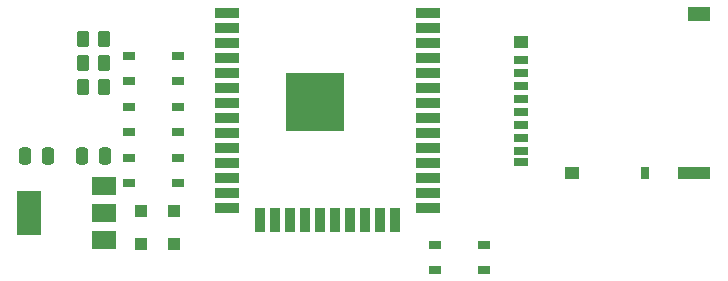
<source format=gbr>
%TF.GenerationSoftware,KiCad,Pcbnew,(6.0.4-0)*%
%TF.CreationDate,2022-09-11T17:37:57+09:00*%
%TF.ProjectId,machinev2,6d616368-696e-4657-9632-2e6b69636164,rev?*%
%TF.SameCoordinates,Original*%
%TF.FileFunction,Paste,Top*%
%TF.FilePolarity,Positive*%
%FSLAX46Y46*%
G04 Gerber Fmt 4.6, Leading zero omitted, Abs format (unit mm)*
G04 Created by KiCad (PCBNEW (6.0.4-0)) date 2022-09-11 17:37:57*
%MOMM*%
%LPD*%
G01*
G04 APERTURE LIST*
G04 Aperture macros list*
%AMRoundRect*
0 Rectangle with rounded corners*
0 $1 Rounding radius*
0 $2 $3 $4 $5 $6 $7 $8 $9 X,Y pos of 4 corners*
0 Add a 4 corners polygon primitive as box body*
4,1,4,$2,$3,$4,$5,$6,$7,$8,$9,$2,$3,0*
0 Add four circle primitives for the rounded corners*
1,1,$1+$1,$2,$3*
1,1,$1+$1,$4,$5*
1,1,$1+$1,$6,$7*
1,1,$1+$1,$8,$9*
0 Add four rect primitives between the rounded corners*
20,1,$1+$1,$2,$3,$4,$5,0*
20,1,$1+$1,$4,$5,$6,$7,0*
20,1,$1+$1,$6,$7,$8,$9,0*
20,1,$1+$1,$8,$9,$2,$3,0*%
G04 Aperture macros list end*
%ADD10R,1.050000X0.650000*%
%ADD11RoundRect,0.250000X-0.262500X-0.450000X0.262500X-0.450000X0.262500X0.450000X-0.262500X0.450000X0*%
%ADD12R,1.200000X0.700000*%
%ADD13R,0.800000X1.000000*%
%ADD14R,2.800000X1.000000*%
%ADD15R,1.900000X1.300000*%
%ADD16R,1.200000X1.000000*%
%ADD17R,2.000000X0.900000*%
%ADD18R,0.900000X2.000000*%
%ADD19R,5.000000X5.000000*%
%ADD20R,1.100000X1.100000*%
%ADD21RoundRect,0.250000X-0.250000X-0.475000X0.250000X-0.475000X0.250000X0.475000X-0.250000X0.475000X0*%
%ADD22RoundRect,0.250000X0.250000X0.475000X-0.250000X0.475000X-0.250000X-0.475000X0.250000X-0.475000X0*%
%ADD23R,2.000000X1.500000*%
%ADD24R,2.000000X3.800000*%
G04 APERTURE END LIST*
D10*
%TO.C,SW2*%
X124757000Y-98611000D03*
X120607000Y-98611000D03*
X124757000Y-96461000D03*
X120607000Y-96461000D03*
%TD*%
%TO.C,SW1*%
X124757000Y-94293000D03*
X120607000Y-94293000D03*
X124757000Y-92143000D03*
X120607000Y-92143000D03*
%TD*%
%TO.C,RESET*%
X120607000Y-87825000D03*
X124757000Y-87825000D03*
X120607000Y-89975000D03*
X124757000Y-89975000D03*
%TD*%
D11*
%TO.C,R10k3*%
X116689500Y-90424000D03*
X118514500Y-90424000D03*
%TD*%
%TO.C,R10k2*%
X116689500Y-88392000D03*
X118514500Y-88392000D03*
%TD*%
%TO.C,R10k1*%
X116689500Y-86360000D03*
X118514500Y-86360000D03*
%TD*%
D12*
%TO.C,microSD*%
X153819000Y-88157000D03*
X153819000Y-89257000D03*
X153819000Y-90357000D03*
X153819000Y-91457000D03*
X153819000Y-92557000D03*
X153819000Y-93657000D03*
X153819000Y-94757000D03*
X153819000Y-95857000D03*
X153819000Y-96807000D03*
D13*
X164319000Y-97757000D03*
D14*
X168469000Y-97757000D03*
D15*
X168919000Y-84257000D03*
D16*
X153819000Y-86607000D03*
X158119000Y-97757000D03*
%TD*%
D17*
%TO.C,ESP32*%
X128896000Y-84203000D03*
X128896000Y-85473000D03*
X128896000Y-86743000D03*
X128896000Y-88013000D03*
X128896000Y-89283000D03*
X128896000Y-90553000D03*
X128896000Y-91823000D03*
X128896000Y-93093000D03*
X128896000Y-94363000D03*
X128896000Y-95633000D03*
X128896000Y-96903000D03*
X128896000Y-98173000D03*
X128896000Y-99443000D03*
X128896000Y-100713000D03*
D18*
X131681000Y-101713000D03*
X132951000Y-101713000D03*
X134221000Y-101713000D03*
X135491000Y-101713000D03*
X136761000Y-101713000D03*
X138031000Y-101713000D03*
X139301000Y-101713000D03*
X140571000Y-101713000D03*
X141841000Y-101713000D03*
X143111000Y-101713000D03*
D17*
X145896000Y-100713000D03*
X145896000Y-99443000D03*
X145896000Y-98173000D03*
X145896000Y-96903000D03*
X145896000Y-95633000D03*
X145896000Y-94363000D03*
X145896000Y-93093000D03*
X145896000Y-91823000D03*
X145896000Y-90553000D03*
X145896000Y-89283000D03*
X145896000Y-88013000D03*
X145896000Y-86743000D03*
X145896000Y-85473000D03*
X145896000Y-84203000D03*
D19*
X136396000Y-91703000D03*
%TD*%
D20*
%TO.C,D2*%
X124460000Y-100962000D03*
X124460000Y-103762000D03*
%TD*%
%TO.C,D1*%
X121666000Y-100962000D03*
X121666000Y-103762000D03*
%TD*%
D21*
%TO.C,C0.1uF2*%
X111826000Y-96266000D03*
X113726000Y-96266000D03*
%TD*%
D22*
%TO.C,C0.1uF1*%
X118552000Y-96266000D03*
X116652000Y-96266000D03*
%TD*%
D10*
%TO.C,BOOT*%
X150665000Y-105977000D03*
X146515000Y-105977000D03*
X150665000Y-103827000D03*
X146515000Y-103827000D03*
%TD*%
D23*
%TO.C,AZ1117CH-3.3TRG1*%
X118466000Y-103392000D03*
D24*
X112166000Y-101092000D03*
D23*
X118466000Y-101092000D03*
X118466000Y-98792000D03*
%TD*%
M02*

</source>
